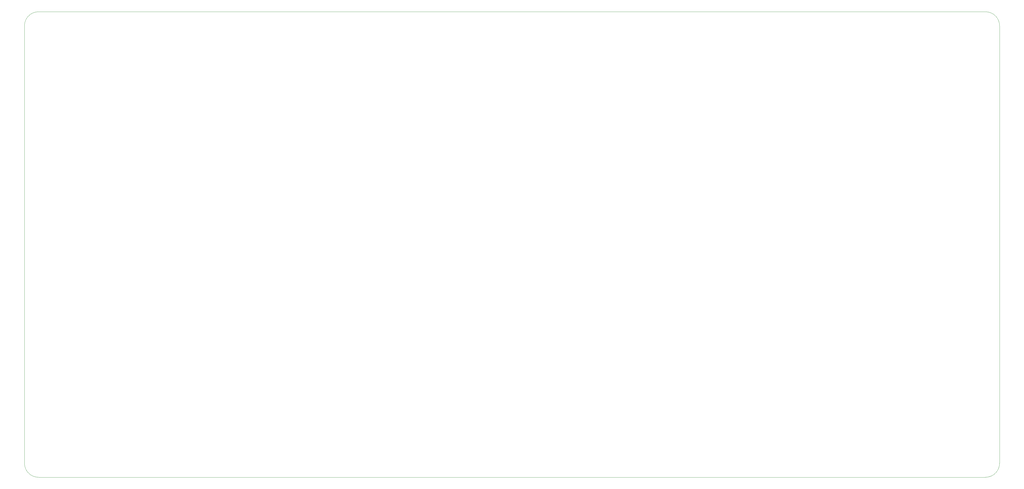
<source format=gbr>
%TF.GenerationSoftware,KiCad,Pcbnew,(5.1.7-0-10_14)*%
%TF.CreationDate,2020-12-05T22:22:50+11:00*%
%TF.ProjectId,Boom-1,426f6f6d-2d31-42e6-9b69-6361645f7063,rev?*%
%TF.SameCoordinates,Original*%
%TF.FileFunction,Profile,NP*%
%FSLAX46Y46*%
G04 Gerber Fmt 4.6, Leading zero omitted, Abs format (unit mm)*
G04 Created by KiCad (PCBNEW (5.1.7-0-10_14)) date 2020-12-05 22:22:50*
%MOMM*%
%LPD*%
G01*
G04 APERTURE LIST*
%TA.AperFunction,Profile*%
%ADD10C,0.050000*%
%TD*%
G04 APERTURE END LIST*
D10*
X30000000Y-192500000D02*
X30000000Y-37500000D01*
X370000000Y-197500000D02*
X35000000Y-197500000D01*
X375000000Y-37500000D02*
X375000000Y-192500000D01*
X30000000Y-37500000D02*
G75*
G02*
X35000000Y-32500000I5000000J0D01*
G01*
X370000000Y-32500000D02*
X35000000Y-32500000D01*
X370000000Y-32500000D02*
G75*
G02*
X375000000Y-37500000I0J-5000000D01*
G01*
X375000000Y-192500000D02*
G75*
G02*
X370000000Y-197500000I-5000000J0D01*
G01*
X35000000Y-197500000D02*
G75*
G02*
X30000000Y-192500000I0J5000000D01*
G01*
M02*

</source>
